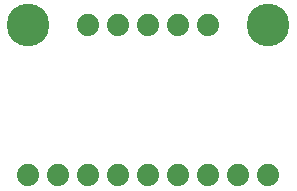
<source format=gbr>
G04 EAGLE Gerber RS-274X export*
G75*
%MOMM*%
%FSLAX34Y34*%
%LPD*%
%INSoldermask Bottom*%
%IPPOS*%
%AMOC8*
5,1,8,0,0,1.08239X$1,22.5*%
G01*
%ADD10C,3.617600*%
%ADD11C,1.879600*%


D10*
X25400Y152400D03*
X228600Y152400D03*
D11*
X228600Y25400D03*
X203200Y25400D03*
X177800Y25400D03*
X152400Y25400D03*
X127000Y25400D03*
X101600Y25400D03*
X76200Y25400D03*
X50800Y25400D03*
X25400Y25400D03*
X76200Y152400D03*
X101600Y152400D03*
X127000Y152400D03*
X152400Y152400D03*
X177800Y152400D03*
M02*

</source>
